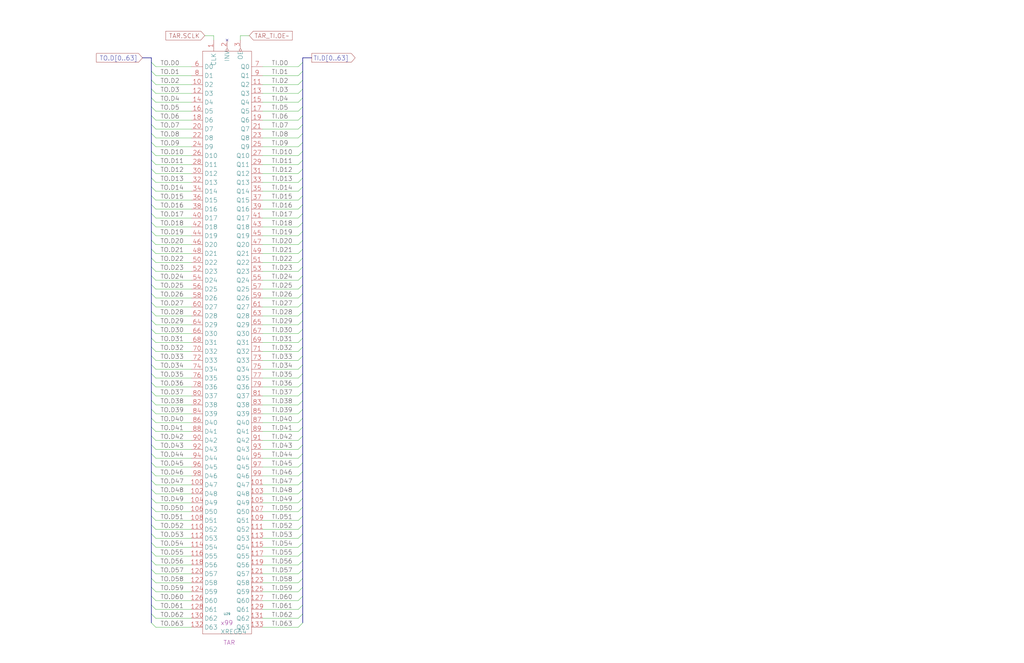
<source format=kicad_sch>
(kicad_sch (version 20230121) (generator eeschema)
  (paper "User" 584.2 378.46)
  (title_block (title "TYPE ASSEMBLY REGISTER") (date "20-MAR-90") (rev "1.0") (comment 1 "FIU") (comment 2 "232-003065") (comment 3 "S400") (comment 4 "RELEASED"))
  (lib_symbols
    (symbol "r1000:XREG64" (pin_names (offset 1.016))
      (property "Reference" "U" (at 2.54 5.08 0))
      (property "Value" "XREG64" (at -1.27 -5.08 0))
      (property "Location" "___" (at -1.27 0 0))
      (property "Name" "______" (at 3.81 -12.7 0))
      (symbol "XREG64_1_1"
        (rectangle (start -11.43 326.39) (end 16.51 -6.35))
        (circle (center 2.54 327.025) (radius 0.635))
        (circle (center 10.16 327.025) (radius 0.635))
        (pin input line (at -5.08 332.74 270) (length 6.35) (name "CLK") (number "1"))
        (pin input line (at -17.78 307.34 0) (length 6.35) (name "D2") (number "10"))
        (pin input line (at -17.78 78.74 0) (length 6.35) (name "D47") (number "100"))
        (pin tri_state line (at 22.86 78.74 180) (length 6.35) (name "Q47") (number "101"))
        (pin input line (at -17.78 73.66 0) (length 6.35) (name "D48") (number "102"))
        (pin tri_state line (at 22.86 73.66 180) (length 6.35) (name "Q48") (number "103"))
        (pin input line (at -17.78 68.58 0) (length 6.35) (name "D49") (number "104"))
        (pin tri_state line (at 22.86 68.58 180) (length 6.35) (name "Q49") (number "105"))
        (pin input line (at -17.78 63.5 0) (length 6.35) (name "D50") (number "106"))
        (pin tri_state line (at 22.86 63.5 180) (length 6.35) (name "Q50") (number "107"))
        (pin input line (at -17.78 58.42 0) (length 6.35) (name "D51") (number "108"))
        (pin tri_state line (at 22.86 58.42 180) (length 6.35) (name "Q51") (number "109"))
        (pin tri_state line (at 22.86 307.34 180) (length 6.35) (name "Q2") (number "11"))
        (pin input line (at -17.78 53.34 0) (length 6.35) (name "D52") (number "110"))
        (pin tri_state line (at 22.86 53.34 180) (length 6.35) (name "Q52") (number "111"))
        (pin input line (at -17.78 48.26 0) (length 6.35) (name "D53") (number "112"))
        (pin tri_state line (at 22.86 48.26 180) (length 6.35) (name "Q53") (number "113"))
        (pin input line (at -17.78 43.18 0) (length 6.35) (name "D54") (number "114"))
        (pin tri_state line (at 22.86 43.18 180) (length 6.35) (name "Q54") (number "115"))
        (pin input line (at -17.78 38.1 0) (length 6.35) (name "D55") (number "116"))
        (pin tri_state line (at 22.86 38.1 180) (length 6.35) (name "Q55") (number "117"))
        (pin input line (at -17.78 33.02 0) (length 6.35) (name "D56") (number "118"))
        (pin tri_state line (at 22.86 33.02 180) (length 6.35) (name "Q56") (number "119"))
        (pin input line (at -17.78 302.26 0) (length 6.35) (name "D3") (number "12"))
        (pin input line (at -17.78 27.94 0) (length 6.35) (name "D57") (number "120"))
        (pin tri_state line (at 22.86 27.94 180) (length 6.35) (name "Q57") (number "121"))
        (pin input line (at -17.78 22.86 0) (length 6.35) (name "D58") (number "122"))
        (pin tri_state line (at 22.86 22.86 180) (length 6.35) (name "Q58") (number "123"))
        (pin input line (at -17.78 17.78 0) (length 6.35) (name "D59") (number "124"))
        (pin tri_state line (at 22.86 17.78 180) (length 6.35) (name "Q59") (number "125"))
        (pin input line (at -17.78 12.7 0) (length 6.35) (name "D60") (number "126"))
        (pin tri_state line (at 22.86 12.7 180) (length 6.35) (name "Q60") (number "127"))
        (pin input line (at -17.78 7.62 0) (length 6.35) (name "D61") (number "128"))
        (pin tri_state line (at 22.86 7.62 180) (length 6.35) (name "Q61") (number "129"))
        (pin tri_state line (at 22.86 302.26 180) (length 6.35) (name "Q3") (number "13"))
        (pin input line (at -17.78 2.54 0) (length 6.35) (name "D62") (number "130"))
        (pin tri_state line (at 22.86 2.54 180) (length 6.35) (name "Q62") (number "131"))
        (pin input line (at -17.78 -2.54 0) (length 6.35) (name "D63") (number "132"))
        (pin tri_state line (at 22.86 -2.54 180) (length 6.35) (name "Q63") (number "133"))
        (pin input line (at -17.78 297.18 0) (length 6.35) (name "D4") (number "14"))
        (pin tri_state line (at 22.86 297.18 180) (length 6.35) (name "Q4") (number "15"))
        (pin input line (at -17.78 292.1 0) (length 6.35) (name "D5") (number "16"))
        (pin tri_state line (at 22.86 292.1 180) (length 6.35) (name "Q5") (number "17"))
        (pin input line (at -17.78 287.02 0) (length 6.35) (name "D6") (number "18"))
        (pin tri_state line (at 22.86 287.02 180) (length 6.35) (name "Q6") (number "19"))
        (pin input line (at 2.54 332.74 270) (length 5.08) (name "INV") (number "2"))
        (pin input line (at -17.78 281.94 0) (length 6.35) (name "D7") (number "20"))
        (pin tri_state line (at 22.86 281.94 180) (length 6.35) (name "Q7") (number "21"))
        (pin input line (at -17.78 276.86 0) (length 6.35) (name "D8") (number "22"))
        (pin tri_state line (at 22.86 276.86 180) (length 6.35) (name "Q8") (number "23"))
        (pin input line (at -17.78 271.78 0) (length 6.35) (name "D9") (number "24"))
        (pin tri_state line (at 22.86 271.78 180) (length 6.35) (name "Q9") (number "25"))
        (pin input line (at -17.78 266.7 0) (length 6.35) (name "D10") (number "26"))
        (pin tri_state line (at 22.86 266.7 180) (length 6.35) (name "Q10") (number "27"))
        (pin input line (at -17.78 261.62 0) (length 6.35) (name "D11") (number "28"))
        (pin tri_state line (at 22.86 261.62 180) (length 6.35) (name "Q11") (number "29"))
        (pin input line (at 10.16 332.74 270) (length 5.08) (name "OE") (number "3"))
        (pin input line (at -17.78 256.54 0) (length 6.35) (name "D12") (number "30"))
        (pin tri_state line (at 22.86 256.54 180) (length 6.35) (name "Q12") (number "31"))
        (pin input line (at -17.78 251.46 0) (length 6.35) (name "D13") (number "32"))
        (pin tri_state line (at 22.86 251.46 180) (length 6.35) (name "Q13") (number "33"))
        (pin input line (at -17.78 246.38 0) (length 6.35) (name "D14") (number "34"))
        (pin tri_state line (at 22.86 246.38 180) (length 6.35) (name "Q14") (number "35"))
        (pin input line (at -17.78 241.3 0) (length 6.35) (name "D15") (number "36"))
        (pin tri_state line (at 22.86 241.3 180) (length 6.35) (name "Q15") (number "37"))
        (pin input line (at -17.78 236.22 0) (length 6.35) (name "D16") (number "38"))
        (pin tri_state line (at 22.86 236.22 180) (length 6.35) (name "Q16") (number "39"))
        (pin input line (at -17.78 231.14 0) (length 6.35) (name "D17") (number "40"))
        (pin tri_state line (at 22.86 231.14 180) (length 6.35) (name "Q17") (number "41"))
        (pin input line (at -17.78 226.06 0) (length 6.35) (name "D18") (number "42"))
        (pin tri_state line (at 22.86 226.06 180) (length 6.35) (name "Q18") (number "43"))
        (pin input line (at -17.78 220.98 0) (length 6.35) (name "D19") (number "44"))
        (pin tri_state line (at 22.86 220.98 180) (length 6.35) (name "Q19") (number "45"))
        (pin input line (at -17.78 215.9 0) (length 6.35) (name "D20") (number "46"))
        (pin tri_state line (at 22.86 215.9 180) (length 6.35) (name "Q20") (number "47"))
        (pin input line (at -17.78 210.82 0) (length 6.35) (name "D21") (number "48"))
        (pin tri_state line (at 22.86 210.82 180) (length 6.35) (name "Q21") (number "49"))
        (pin input line (at -17.78 205.74 0) (length 6.35) (name "D22") (number "50"))
        (pin tri_state line (at 22.86 205.74 180) (length 6.35) (name "Q22") (number "51"))
        (pin input line (at -17.78 200.66 0) (length 6.35) (name "D23") (number "52"))
        (pin tri_state line (at 22.86 200.66 180) (length 6.35) (name "Q23") (number "53"))
        (pin input line (at -17.78 195.58 0) (length 6.35) (name "D24") (number "54"))
        (pin tri_state line (at 22.86 195.58 180) (length 6.35) (name "Q24") (number "55"))
        (pin input line (at -17.78 190.5 0) (length 6.35) (name "D25") (number "56"))
        (pin tri_state line (at 22.86 190.5 180) (length 6.35) (name "Q25") (number "57"))
        (pin input line (at -17.78 185.42 0) (length 6.35) (name "D26") (number "58"))
        (pin tri_state line (at 22.86 185.42 180) (length 6.35) (name "Q26") (number "59"))
        (pin input line (at -17.78 317.5 0) (length 6.35) (name "D0") (number "6"))
        (pin input line (at -17.78 180.34 0) (length 6.35) (name "D27") (number "60"))
        (pin tri_state line (at 22.86 180.34 180) (length 6.35) (name "Q27") (number "61"))
        (pin input line (at -17.78 175.26 0) (length 6.35) (name "D28") (number "62"))
        (pin tri_state line (at 22.86 175.26 180) (length 6.35) (name "Q28") (number "63"))
        (pin input line (at -17.78 170.18 0) (length 6.35) (name "D29") (number "64"))
        (pin tri_state line (at 22.86 170.18 180) (length 6.35) (name "Q29") (number "65"))
        (pin input line (at -17.78 165.1 0) (length 6.35) (name "D30") (number "66"))
        (pin tri_state line (at 22.86 165.1 180) (length 6.35) (name "Q30") (number "67"))
        (pin input line (at -17.78 160.02 0) (length 6.35) (name "D31") (number "68"))
        (pin tri_state line (at 22.86 160.02 180) (length 6.35) (name "Q31") (number "69"))
        (pin tri_state line (at 22.86 317.5 180) (length 6.35) (name "Q0") (number "7"))
        (pin input line (at -17.78 154.94 0) (length 6.35) (name "D32") (number "70"))
        (pin tri_state line (at 22.86 154.94 180) (length 6.35) (name "Q32") (number "71"))
        (pin input line (at -17.78 149.86 0) (length 6.35) (name "D33") (number "72"))
        (pin tri_state line (at 22.86 149.86 180) (length 6.35) (name "Q33") (number "73"))
        (pin input line (at -17.78 144.78 0) (length 6.35) (name "D34") (number "74"))
        (pin tri_state line (at 22.86 144.78 180) (length 6.35) (name "Q34") (number "75"))
        (pin input line (at -17.78 139.7 0) (length 6.35) (name "D35") (number "76"))
        (pin tri_state line (at 22.86 139.7 180) (length 6.35) (name "Q35") (number "77"))
        (pin input line (at -17.78 134.62 0) (length 6.35) (name "D36") (number "78"))
        (pin tri_state line (at 22.86 134.62 180) (length 6.35) (name "Q36") (number "79"))
        (pin input line (at -17.78 312.42 0) (length 6.35) (name "D1") (number "8"))
        (pin input line (at -17.78 129.54 0) (length 6.35) (name "D37") (number "80"))
        (pin tri_state line (at 22.86 129.54 180) (length 6.35) (name "Q37") (number "81"))
        (pin input line (at -17.78 124.46 0) (length 6.35) (name "D38") (number "82"))
        (pin tri_state line (at 22.86 124.46 180) (length 6.35) (name "Q38") (number "83"))
        (pin input line (at -17.78 119.38 0) (length 6.35) (name "D39") (number "84"))
        (pin tri_state line (at 22.86 119.38 180) (length 6.35) (name "Q39") (number "85"))
        (pin input line (at -17.78 114.3 0) (length 6.35) (name "D40") (number "86"))
        (pin tri_state line (at 22.86 114.3 180) (length 6.35) (name "Q40") (number "87"))
        (pin input line (at -17.78 109.22 0) (length 6.35) (name "D41") (number "88"))
        (pin tri_state line (at 22.86 109.22 180) (length 6.35) (name "Q41") (number "89"))
        (pin tri_state line (at 22.86 312.42 180) (length 6.35) (name "Q1") (number "9"))
        (pin input line (at -17.78 104.14 0) (length 6.35) (name "D42") (number "90"))
        (pin tri_state line (at 22.86 104.14 180) (length 6.35) (name "Q42") (number "91"))
        (pin input line (at -17.78 99.06 0) (length 6.35) (name "D43") (number "92"))
        (pin tri_state line (at 22.86 99.06 180) (length 6.35) (name "Q43") (number "93"))
        (pin input line (at -17.78 93.98 0) (length 6.35) (name "D44") (number "94"))
        (pin tri_state line (at 22.86 93.98 180) (length 6.35) (name "Q44") (number "95"))
        (pin input line (at -17.78 88.9 0) (length 6.35) (name "D45") (number "96"))
        (pin tri_state line (at 22.86 88.9 180) (length 6.35) (name "Q45") (number "97"))
        (pin input line (at -17.78 83.82 0) (length 6.35) (name "D46") (number "98"))
        (pin tri_state line (at 22.86 83.82 180) (length 6.35) (name "Q46") (number "99"))
      )
    )
  )
  (no_connect (at 129.54 22.86))
  (bus_entry (at 172.72 330.2) (size -2.54 2.54))
  (bus_entry (at 172.72 340.36) (size -2.54 2.54))
  (bus_entry (at 86.36 106.68) (size 2.54 2.54))
  (bus_entry (at 172.72 325.12) (size -2.54 2.54))
  (bus_entry (at 172.72 233.68) (size -2.54 2.54))
  (bus_entry (at 86.36 55.88) (size 2.54 2.54))
  (bus_entry (at 86.36 335.28) (size 2.54 2.54))
  (bus_entry (at 172.72 269.24) (size -2.54 2.54))
  (bus_entry (at 86.36 96.52) (size 2.54 2.54))
  (bus_entry (at 86.36 35.56) (size 2.54 2.54))
  (bus_entry (at 86.36 284.48) (size 2.54 2.54))
  (bus_entry (at 172.72 203.2) (size -2.54 2.54))
  (bus_entry (at 172.72 116.84) (size -2.54 2.54))
  (bus_entry (at 86.36 208.28) (size 2.54 2.54))
  (bus_entry (at 86.36 264.16) (size 2.54 2.54))
  (bus_entry (at 86.36 142.24) (size 2.54 2.54))
  (bus_entry (at 172.72 132.08) (size -2.54 2.54))
  (bus_entry (at 86.36 40.64) (size 2.54 2.54))
  (bus_entry (at 86.36 182.88) (size 2.54 2.54))
  (bus_entry (at 86.36 294.64) (size 2.54 2.54))
  (bus_entry (at 86.36 76.2) (size 2.54 2.54))
  (bus_entry (at 172.72 106.68) (size -2.54 2.54))
  (bus_entry (at 172.72 208.28) (size -2.54 2.54))
  (bus_entry (at 86.36 238.76) (size 2.54 2.54))
  (bus_entry (at 86.36 127) (size 2.54 2.54))
  (bus_entry (at 86.36 132.08) (size 2.54 2.54))
  (bus_entry (at 172.72 314.96) (size -2.54 2.54))
  (bus_entry (at 172.72 81.28) (size -2.54 2.54))
  (bus_entry (at 86.36 147.32) (size 2.54 2.54))
  (bus_entry (at 172.72 309.88) (size -2.54 2.54))
  (bus_entry (at 172.72 274.32) (size -2.54 2.54))
  (bus_entry (at 86.36 320.04) (size 2.54 2.54))
  (bus_entry (at 86.36 198.12) (size 2.54 2.54))
  (bus_entry (at 172.72 91.44) (size -2.54 2.54))
  (bus_entry (at 86.36 309.88) (size 2.54 2.54))
  (bus_entry (at 86.36 187.96) (size 2.54 2.54))
  (bus_entry (at 86.36 259.08) (size 2.54 2.54))
  (bus_entry (at 172.72 147.32) (size -2.54 2.54))
  (bus_entry (at 172.72 254) (size -2.54 2.54))
  (bus_entry (at 86.36 111.76) (size 2.54 2.54))
  (bus_entry (at 172.72 71.12) (size -2.54 2.54))
  (bus_entry (at 86.36 66.04) (size 2.54 2.54))
  (bus_entry (at 172.72 259.08) (size -2.54 2.54))
  (bus_entry (at 86.36 325.12) (size 2.54 2.54))
  (bus_entry (at 86.36 116.84) (size 2.54 2.54))
  (bus_entry (at 86.36 157.48) (size 2.54 2.54))
  (bus_entry (at 172.72 187.96) (size -2.54 2.54))
  (bus_entry (at 86.36 279.4) (size 2.54 2.54))
  (bus_entry (at 172.72 218.44) (size -2.54 2.54))
  (bus_entry (at 86.36 86.36) (size 2.54 2.54))
  (bus_entry (at 86.36 162.56) (size 2.54 2.54))
  (bus_entry (at 172.72 35.56) (size -2.54 2.54))
  (bus_entry (at 172.72 152.4) (size -2.54 2.54))
  (bus_entry (at 172.72 86.36) (size -2.54 2.54))
  (bus_entry (at 172.72 96.52) (size -2.54 2.54))
  (bus_entry (at 86.36 243.84) (size 2.54 2.54))
  (bus_entry (at 172.72 50.8) (size -2.54 2.54))
  (bus_entry (at 86.36 203.2) (size 2.54 2.54))
  (bus_entry (at 172.72 76.2) (size -2.54 2.54))
  (bus_entry (at 172.72 198.12) (size -2.54 2.54))
  (bus_entry (at 86.36 350.52) (size 2.54 2.54))
  (bus_entry (at 86.36 345.44) (size 2.54 2.54))
  (bus_entry (at 172.72 223.52) (size -2.54 2.54))
  (bus_entry (at 172.72 167.64) (size -2.54 2.54))
  (bus_entry (at 86.36 91.44) (size 2.54 2.54))
  (bus_entry (at 86.36 218.44) (size 2.54 2.54))
  (bus_entry (at 172.72 284.48) (size -2.54 2.54))
  (bus_entry (at 86.36 50.8) (size 2.54 2.54))
  (bus_entry (at 172.72 55.88) (size -2.54 2.54))
  (bus_entry (at 86.36 71.12) (size 2.54 2.54))
  (bus_entry (at 86.36 274.32) (size 2.54 2.54))
  (bus_entry (at 86.36 167.64) (size 2.54 2.54))
  (bus_entry (at 172.72 45.72) (size -2.54 2.54))
  (bus_entry (at 86.36 172.72) (size 2.54 2.54))
  (bus_entry (at 172.72 228.6) (size -2.54 2.54))
  (bus_entry (at 86.36 340.36) (size 2.54 2.54))
  (bus_entry (at 172.72 172.72) (size -2.54 2.54))
  (bus_entry (at 172.72 350.52) (size -2.54 2.54))
  (bus_entry (at 172.72 264.16) (size -2.54 2.54))
  (bus_entry (at 86.36 228.6) (size 2.54 2.54))
  (bus_entry (at 172.72 238.76) (size -2.54 2.54))
  (bus_entry (at 172.72 162.56) (size -2.54 2.54))
  (bus_entry (at 86.36 45.72) (size 2.54 2.54))
  (bus_entry (at 86.36 269.24) (size 2.54 2.54))
  (bus_entry (at 86.36 223.52) (size 2.54 2.54))
  (bus_entry (at 172.72 213.36) (size -2.54 2.54))
  (bus_entry (at 86.36 213.36) (size 2.54 2.54))
  (bus_entry (at 172.72 137.16) (size -2.54 2.54))
  (bus_entry (at 172.72 289.56) (size -2.54 2.54))
  (bus_entry (at 172.72 299.72) (size -2.54 2.54))
  (bus_entry (at 86.36 152.4) (size 2.54 2.54))
  (bus_entry (at 172.72 127) (size -2.54 2.54))
  (bus_entry (at 86.36 177.8) (size 2.54 2.54))
  (bus_entry (at 172.72 243.84) (size -2.54 2.54))
  (bus_entry (at 172.72 177.8) (size -2.54 2.54))
  (bus_entry (at 86.36 233.68) (size 2.54 2.54))
  (bus_entry (at 86.36 304.8) (size 2.54 2.54))
  (bus_entry (at 86.36 330.2) (size 2.54 2.54))
  (bus_entry (at 172.72 320.04) (size -2.54 2.54))
  (bus_entry (at 86.36 289.56) (size 2.54 2.54))
  (bus_entry (at 172.72 111.76) (size -2.54 2.54))
  (bus_entry (at 86.36 314.96) (size 2.54 2.54))
  (bus_entry (at 172.72 121.92) (size -2.54 2.54))
  (bus_entry (at 172.72 60.96) (size -2.54 2.54))
  (bus_entry (at 172.72 101.6) (size -2.54 2.54))
  (bus_entry (at 172.72 355.6) (size -2.54 2.54))
  (bus_entry (at 172.72 345.44) (size -2.54 2.54))
  (bus_entry (at 86.36 60.96) (size 2.54 2.54))
  (bus_entry (at 172.72 66.04) (size -2.54 2.54))
  (bus_entry (at 86.36 121.92) (size 2.54 2.54))
  (bus_entry (at 172.72 335.28) (size -2.54 2.54))
  (bus_entry (at 172.72 294.64) (size -2.54 2.54))
  (bus_entry (at 172.72 304.8) (size -2.54 2.54))
  (bus_entry (at 172.72 142.24) (size -2.54 2.54))
  (bus_entry (at 172.72 157.48) (size -2.54 2.54))
  (bus_entry (at 172.72 182.88) (size -2.54 2.54))
  (bus_entry (at 172.72 279.4) (size -2.54 2.54))
  (bus_entry (at 86.36 193.04) (size 2.54 2.54))
  (bus_entry (at 172.72 193.04) (size -2.54 2.54))
  (bus_entry (at 86.36 101.6) (size 2.54 2.54))
  (bus_entry (at 172.72 248.92) (size -2.54 2.54))
  (bus_entry (at 172.72 40.64) (size -2.54 2.54))
  (bus_entry (at 86.36 81.28) (size 2.54 2.54))
  (bus_entry (at 86.36 248.92) (size 2.54 2.54))
  (bus_entry (at 86.36 355.6) (size 2.54 2.54))
  (bus_entry (at 86.36 254) (size 2.54 2.54))
  (bus_entry (at 86.36 299.72) (size 2.54 2.54))
  (bus_entry (at 86.36 137.16) (size 2.54 2.54))
  (wire (pts (xy 88.9 205.74) (xy 109.22 205.74)))
  (bus (pts (xy 86.36 254) (xy 86.36 259.08)))
  (bus (pts (xy 86.36 33.02) (xy 86.36 35.56)))
  (wire (pts (xy 88.9 200.66) (xy 109.22 200.66)))
  (bus (pts (xy 86.36 66.04) (xy 86.36 71.12)))
  (bus (pts (xy 172.72 147.32) (xy 172.72 152.4)))
  (bus (pts (xy 86.36 50.8) (xy 86.36 55.88)))
  (wire (pts (xy 170.18 271.78) (xy 149.86 271.78)))
  (bus (pts (xy 86.36 101.6) (xy 86.36 106.68)))
  (bus (pts (xy 172.72 238.76) (xy 172.72 243.84)))
  (wire (pts (xy 170.18 53.34) (xy 149.86 53.34)))
  (bus (pts (xy 86.36 223.52) (xy 86.36 228.6)))
  (bus (pts (xy 172.72 127) (xy 172.72 132.08)))
  (bus (pts (xy 172.72 162.56) (xy 172.72 167.64)))
  (bus (pts (xy 86.36 335.28) (xy 86.36 340.36)))
  (bus (pts (xy 172.72 101.6) (xy 172.72 106.68)))
  (bus (pts (xy 86.36 76.2) (xy 86.36 81.28)))
  (wire (pts (xy 170.18 256.54) (xy 149.86 256.54)))
  (bus (pts (xy 172.72 167.64) (xy 172.72 172.72)))
  (bus (pts (xy 86.36 96.52) (xy 86.36 101.6)))
  (bus (pts (xy 172.72 81.28) (xy 172.72 86.36)))
  (bus (pts (xy 86.36 269.24) (xy 86.36 274.32)))
  (wire (pts (xy 88.9 43.18) (xy 109.22 43.18)))
  (bus (pts (xy 172.72 91.44) (xy 172.72 96.52)))
  (wire (pts (xy 170.18 175.26) (xy 149.86 175.26)))
  (bus (pts (xy 86.36 284.48) (xy 86.36 289.56)))
  (bus (pts (xy 86.36 137.16) (xy 86.36 142.24)))
  (bus (pts (xy 172.72 157.48) (xy 172.72 162.56)))
  (bus (pts (xy 86.36 157.48) (xy 86.36 162.56)))
  (wire (pts (xy 170.18 119.38) (xy 149.86 119.38)))
  (wire (pts (xy 170.18 281.94) (xy 149.86 281.94)))
  (wire (pts (xy 170.18 129.54) (xy 149.86 129.54)))
  (wire (pts (xy 88.9 38.1) (xy 109.22 38.1)))
  (wire (pts (xy 116.84 20.32) (xy 121.92 20.32)))
  (bus (pts (xy 172.72 71.12) (xy 172.72 76.2)))
  (wire (pts (xy 88.9 353.06) (xy 109.22 353.06)))
  (wire (pts (xy 88.9 302.26) (xy 109.22 302.26)))
  (bus (pts (xy 86.36 86.36) (xy 86.36 91.44)))
  (bus (pts (xy 172.72 294.64) (xy 172.72 299.72)))
  (bus (pts (xy 172.72 35.56) (xy 172.72 40.64)))
  (wire (pts (xy 88.9 236.22) (xy 109.22 236.22)))
  (wire (pts (xy 88.9 210.82) (xy 109.22 210.82)))
  (bus (pts (xy 86.36 213.36) (xy 86.36 218.44)))
  (bus (pts (xy 86.36 314.96) (xy 86.36 320.04)))
  (bus (pts (xy 86.36 279.4) (xy 86.36 284.48)))
  (wire (pts (xy 170.18 342.9) (xy 149.86 342.9)))
  (wire (pts (xy 88.9 154.94) (xy 109.22 154.94)))
  (bus (pts (xy 86.36 55.88) (xy 86.36 60.96)))
  (wire (pts (xy 88.9 266.7) (xy 109.22 266.7)))
  (bus (pts (xy 172.72 203.2) (xy 172.72 208.28)))
  (bus (pts (xy 86.36 167.64) (xy 86.36 172.72)))
  (bus (pts (xy 172.72 314.96) (xy 172.72 320.04)))
  (wire (pts (xy 170.18 215.9) (xy 149.86 215.9)))
  (bus (pts (xy 172.72 40.64) (xy 172.72 45.72)))
  (wire (pts (xy 88.9 149.86) (xy 109.22 149.86)))
  (bus (pts (xy 172.72 137.16) (xy 172.72 142.24)))
  (bus (pts (xy 86.36 111.76) (xy 86.36 116.84)))
  (bus (pts (xy 86.36 127) (xy 86.36 132.08)))
  (wire (pts (xy 170.18 165.1) (xy 149.86 165.1)))
  (bus (pts (xy 172.72 198.12) (xy 172.72 203.2)))
  (bus (pts (xy 172.72 45.72) (xy 172.72 50.8)))
  (bus (pts (xy 172.72 116.84) (xy 172.72 121.92)))
  (wire (pts (xy 88.9 292.1) (xy 109.22 292.1)))
  (bus (pts (xy 86.36 294.64) (xy 86.36 299.72)))
  (wire (pts (xy 170.18 297.18) (xy 149.86 297.18)))
  (wire (pts (xy 170.18 78.74) (xy 149.86 78.74)))
  (wire (pts (xy 88.9 251.46) (xy 109.22 251.46)))
  (bus (pts (xy 172.72 299.72) (xy 172.72 304.8)))
  (bus (pts (xy 172.72 111.76) (xy 172.72 116.84)))
  (wire (pts (xy 170.18 292.1) (xy 149.86 292.1)))
  (bus (pts (xy 172.72 325.12) (xy 172.72 330.2)))
  (wire (pts (xy 88.9 63.5) (xy 109.22 63.5)))
  (wire (pts (xy 170.18 327.66) (xy 149.86 327.66)))
  (bus (pts (xy 86.36 40.64) (xy 86.36 45.72)))
  (wire (pts (xy 88.9 195.58) (xy 109.22 195.58)))
  (wire (pts (xy 170.18 358.14) (xy 149.86 358.14)))
  (bus (pts (xy 177.8 33.02) (xy 172.72 33.02)))
  (wire (pts (xy 170.18 38.1) (xy 149.86 38.1)))
  (wire (pts (xy 170.18 88.9) (xy 149.86 88.9)))
  (bus (pts (xy 172.72 66.04) (xy 172.72 71.12)))
  (wire (pts (xy 170.18 144.78) (xy 149.86 144.78)))
  (bus (pts (xy 81.28 33.02) (xy 86.36 33.02)))
  (bus (pts (xy 86.36 289.56) (xy 86.36 294.64)))
  (wire (pts (xy 88.9 297.18) (xy 109.22 297.18)))
  (wire (pts (xy 170.18 322.58) (xy 149.86 322.58)))
  (wire (pts (xy 170.18 210.82) (xy 149.86 210.82)))
  (wire (pts (xy 170.18 261.62) (xy 149.86 261.62)))
  (wire (pts (xy 137.16 20.32) (xy 137.16 22.86)))
  (wire (pts (xy 170.18 332.74) (xy 149.86 332.74)))
  (wire (pts (xy 170.18 93.98) (xy 149.86 93.98)))
  (wire (pts (xy 88.9 119.38) (xy 109.22 119.38)))
  (wire (pts (xy 170.18 139.7) (xy 149.86 139.7)))
  (bus (pts (xy 172.72 172.72) (xy 172.72 177.8)))
  (wire (pts (xy 170.18 231.14) (xy 149.86 231.14)))
  (wire (pts (xy 88.9 271.78) (xy 109.22 271.78)))
  (wire (pts (xy 170.18 302.26) (xy 149.86 302.26)))
  (bus (pts (xy 172.72 289.56) (xy 172.72 294.64)))
  (bus (pts (xy 172.72 274.32) (xy 172.72 279.4)))
  (wire (pts (xy 170.18 276.86) (xy 149.86 276.86)))
  (wire (pts (xy 88.9 287.02) (xy 109.22 287.02)))
  (bus (pts (xy 86.36 172.72) (xy 86.36 177.8)))
  (wire (pts (xy 88.9 124.46) (xy 109.22 124.46)))
  (wire (pts (xy 170.18 48.26) (xy 149.86 48.26)))
  (bus (pts (xy 172.72 345.44) (xy 172.72 350.52)))
  (wire (pts (xy 88.9 114.3) (xy 109.22 114.3)))
  (wire (pts (xy 88.9 322.58) (xy 109.22 322.58)))
  (wire (pts (xy 170.18 99.06) (xy 149.86 99.06)))
  (wire (pts (xy 170.18 236.22) (xy 149.86 236.22)))
  (wire (pts (xy 170.18 226.06) (xy 149.86 226.06)))
  (bus (pts (xy 86.36 182.88) (xy 86.36 187.96)))
  (bus (pts (xy 172.72 320.04) (xy 172.72 325.12)))
  (bus (pts (xy 172.72 208.28) (xy 172.72 213.36)))
  (bus (pts (xy 86.36 187.96) (xy 86.36 193.04)))
  (bus (pts (xy 86.36 142.24) (xy 86.36 147.32)))
  (wire (pts (xy 88.9 256.54) (xy 109.22 256.54)))
  (wire (pts (xy 88.9 327.66) (xy 109.22 327.66)))
  (bus (pts (xy 86.36 325.12) (xy 86.36 330.2)))
  (bus (pts (xy 172.72 279.4) (xy 172.72 284.48)))
  (bus (pts (xy 172.72 284.48) (xy 172.72 289.56)))
  (wire (pts (xy 88.9 276.86) (xy 109.22 276.86)))
  (bus (pts (xy 172.72 228.6) (xy 172.72 233.68)))
  (bus (pts (xy 172.72 193.04) (xy 172.72 198.12)))
  (wire (pts (xy 170.18 124.46) (xy 149.86 124.46)))
  (wire (pts (xy 88.9 190.5) (xy 109.22 190.5)))
  (wire (pts (xy 88.9 175.26) (xy 109.22 175.26)))
  (bus (pts (xy 172.72 142.24) (xy 172.72 147.32)))
  (bus (pts (xy 86.36 60.96) (xy 86.36 66.04)))
  (wire (pts (xy 88.9 231.14) (xy 109.22 231.14)))
  (bus (pts (xy 86.36 304.8) (xy 86.36 309.88)))
  (bus (pts (xy 86.36 248.92) (xy 86.36 254)))
  (wire (pts (xy 170.18 246.38) (xy 149.86 246.38)))
  (bus (pts (xy 172.72 76.2) (xy 172.72 81.28)))
  (wire (pts (xy 170.18 180.34) (xy 149.86 180.34)))
  (bus (pts (xy 86.36 340.36) (xy 86.36 345.44)))
  (bus (pts (xy 172.72 152.4) (xy 172.72 157.48)))
  (bus (pts (xy 172.72 55.88) (xy 172.72 60.96)))
  (bus (pts (xy 172.72 121.92) (xy 172.72 127)))
  (wire (pts (xy 88.9 358.14) (xy 109.22 358.14)))
  (wire (pts (xy 88.9 134.62) (xy 109.22 134.62)))
  (bus (pts (xy 172.72 335.28) (xy 172.72 340.36)))
  (wire (pts (xy 170.18 200.66) (xy 149.86 200.66)))
  (wire (pts (xy 170.18 63.5) (xy 149.86 63.5)))
  (wire (pts (xy 170.18 266.7) (xy 149.86 266.7)))
  (wire (pts (xy 88.9 226.06) (xy 109.22 226.06)))
  (bus (pts (xy 86.36 45.72) (xy 86.36 50.8)))
  (wire (pts (xy 170.18 160.02) (xy 149.86 160.02)))
  (wire (pts (xy 142.24 20.32) (xy 137.16 20.32)))
  (wire (pts (xy 170.18 68.58) (xy 149.86 68.58)))
  (wire (pts (xy 170.18 170.18) (xy 149.86 170.18)))
  (wire (pts (xy 88.9 73.66) (xy 109.22 73.66)))
  (bus (pts (xy 86.36 264.16) (xy 86.36 269.24)))
  (wire (pts (xy 88.9 241.3) (xy 109.22 241.3)))
  (bus (pts (xy 172.72 96.52) (xy 172.72 101.6)))
  (bus (pts (xy 86.36 345.44) (xy 86.36 350.52)))
  (bus (pts (xy 172.72 177.8) (xy 172.72 182.88)))
  (wire (pts (xy 88.9 144.78) (xy 109.22 144.78)))
  (wire (pts (xy 170.18 241.3) (xy 149.86 241.3)))
  (wire (pts (xy 170.18 347.98) (xy 149.86 347.98)))
  (bus (pts (xy 86.36 299.72) (xy 86.36 304.8)))
  (wire (pts (xy 88.9 93.98) (xy 109.22 93.98)))
  (wire (pts (xy 88.9 342.9) (xy 109.22 342.9)))
  (wire (pts (xy 88.9 332.74) (xy 109.22 332.74)))
  (wire (pts (xy 170.18 287.02) (xy 149.86 287.02)))
  (wire (pts (xy 170.18 337.82) (xy 149.86 337.82)))
  (wire (pts (xy 88.9 129.54) (xy 109.22 129.54)))
  (bus (pts (xy 172.72 223.52) (xy 172.72 228.6)))
  (bus (pts (xy 86.36 274.32) (xy 86.36 279.4)))
  (bus (pts (xy 172.72 350.52) (xy 172.72 355.6)))
  (bus (pts (xy 86.36 198.12) (xy 86.36 203.2)))
  (wire (pts (xy 88.9 312.42) (xy 109.22 312.42)))
  (bus (pts (xy 172.72 340.36) (xy 172.72 345.44)))
  (wire (pts (xy 170.18 73.66) (xy 149.86 73.66)))
  (bus (pts (xy 86.36 228.6) (xy 86.36 233.68)))
  (bus (pts (xy 86.36 132.08) (xy 86.36 137.16)))
  (wire (pts (xy 88.9 104.14) (xy 109.22 104.14)))
  (bus (pts (xy 86.36 243.84) (xy 86.36 248.92)))
  (wire (pts (xy 88.9 261.62) (xy 109.22 261.62)))
  (bus (pts (xy 172.72 243.84) (xy 172.72 248.92)))
  (wire (pts (xy 88.9 347.98) (xy 109.22 347.98)))
  (bus (pts (xy 172.72 213.36) (xy 172.72 218.44)))
  (bus (pts (xy 86.36 152.4) (xy 86.36 157.48)))
  (bus (pts (xy 172.72 248.92) (xy 172.72 254)))
  (wire (pts (xy 170.18 185.42) (xy 149.86 185.42)))
  (bus (pts (xy 86.36 330.2) (xy 86.36 335.28)))
  (bus (pts (xy 172.72 60.96) (xy 172.72 66.04)))
  (wire (pts (xy 170.18 307.34) (xy 149.86 307.34)))
  (bus (pts (xy 86.36 218.44) (xy 86.36 223.52)))
  (bus (pts (xy 172.72 304.8) (xy 172.72 309.88)))
  (wire (pts (xy 170.18 134.62) (xy 149.86 134.62)))
  (wire (pts (xy 170.18 149.86) (xy 149.86 149.86)))
  (bus (pts (xy 172.72 254) (xy 172.72 259.08)))
  (bus (pts (xy 172.72 309.88) (xy 172.72 314.96)))
  (wire (pts (xy 88.9 165.1) (xy 109.22 165.1)))
  (bus (pts (xy 86.36 177.8) (xy 86.36 182.88)))
  (wire (pts (xy 170.18 154.94) (xy 149.86 154.94)))
  (wire (pts (xy 88.9 99.06) (xy 109.22 99.06)))
  (wire (pts (xy 88.9 281.94) (xy 109.22 281.94)))
  (wire (pts (xy 88.9 246.38) (xy 109.22 246.38)))
  (wire (pts (xy 88.9 307.34) (xy 109.22 307.34)))
  (bus (pts (xy 86.36 320.04) (xy 86.36 325.12)))
  (wire (pts (xy 88.9 215.9) (xy 109.22 215.9)))
  (wire (pts (xy 170.18 58.42) (xy 149.86 58.42)))
  (bus (pts (xy 86.36 350.52) (xy 86.36 355.6)))
  (bus (pts (xy 172.72 187.96) (xy 172.72 193.04)))
  (wire (pts (xy 170.18 312.42) (xy 149.86 312.42)))
  (wire (pts (xy 170.18 109.22) (xy 149.86 109.22)))
  (bus (pts (xy 172.72 106.68) (xy 172.72 111.76)))
  (bus (pts (xy 172.72 264.16) (xy 172.72 269.24)))
  (wire (pts (xy 88.9 220.98) (xy 109.22 220.98)))
  (wire (pts (xy 170.18 114.3) (xy 149.86 114.3)))
  (wire (pts (xy 88.9 88.9) (xy 109.22 88.9)))
  (bus (pts (xy 172.72 259.08) (xy 172.72 264.16)))
  (bus (pts (xy 172.72 86.36) (xy 172.72 91.44)))
  (wire (pts (xy 88.9 160.02) (xy 109.22 160.02)))
  (wire (pts (xy 88.9 68.58) (xy 109.22 68.58)))
  (wire (pts (xy 88.9 83.82) (xy 109.22 83.82)))
  (wire (pts (xy 88.9 78.74) (xy 109.22 78.74)))
  (wire (pts (xy 170.18 220.98) (xy 149.86 220.98)))
  (wire (pts (xy 170.18 43.18) (xy 149.86 43.18)))
  (wire (pts (xy 170.18 104.14) (xy 149.86 104.14)))
  (bus (pts (xy 86.36 71.12) (xy 86.36 76.2)))
  (wire (pts (xy 170.18 251.46) (xy 149.86 251.46)))
  (bus (pts (xy 86.36 106.68) (xy 86.36 111.76)))
  (bus (pts (xy 86.36 193.04) (xy 86.36 198.12)))
  (bus (pts (xy 86.36 238.76) (xy 86.36 243.84)))
  (wire (pts (xy 88.9 185.42) (xy 109.22 185.42)))
  (wire (pts (xy 88.9 180.34) (xy 109.22 180.34)))
  (bus (pts (xy 86.36 208.28) (xy 86.36 213.36)))
  (bus (pts (xy 86.36 116.84) (xy 86.36 121.92)))
  (wire (pts (xy 170.18 195.58) (xy 149.86 195.58)))
  (bus (pts (xy 172.72 182.88) (xy 172.72 187.96)))
  (bus (pts (xy 86.36 203.2) (xy 86.36 208.28)))
  (wire (pts (xy 88.9 337.82) (xy 109.22 337.82)))
  (wire (pts (xy 170.18 205.74) (xy 149.86 205.74)))
  (wire (pts (xy 88.9 139.7) (xy 109.22 139.7)))
  (bus (pts (xy 86.36 121.92) (xy 86.36 127)))
  (bus (pts (xy 86.36 259.08) (xy 86.36 264.16)))
  (bus (pts (xy 86.36 81.28) (xy 86.36 86.36)))
  (wire (pts (xy 88.9 109.22) (xy 109.22 109.22)))
  (bus (pts (xy 172.72 33.02) (xy 172.72 35.56)))
  (bus (pts (xy 86.36 162.56) (xy 86.36 167.64)))
  (bus (pts (xy 172.72 269.24) (xy 172.72 274.32)))
  (bus (pts (xy 172.72 50.8) (xy 172.72 55.88)))
  (bus (pts (xy 172.72 218.44) (xy 172.72 223.52)))
  (wire (pts (xy 88.9 170.18) (xy 109.22 170.18)))
  (bus (pts (xy 86.36 309.88) (xy 86.36 314.96)))
  (wire (pts (xy 170.18 190.5) (xy 149.86 190.5)))
  (wire (pts (xy 170.18 317.5) (xy 149.86 317.5)))
  (bus (pts (xy 86.36 233.68) (xy 86.36 238.76)))
  (bus (pts (xy 86.36 35.56) (xy 86.36 40.64)))
  (wire (pts (xy 88.9 58.42) (xy 109.22 58.42)))
  (bus (pts (xy 172.72 132.08) (xy 172.72 137.16)))
  (bus (pts (xy 172.72 330.2) (xy 172.72 335.28)))
  (wire (pts (xy 170.18 353.06) (xy 149.86 353.06)))
  (bus (pts (xy 172.72 233.68) (xy 172.72 238.76)))
  (bus (pts (xy 86.36 91.44) (xy 86.36 96.52)))
  (wire (pts (xy 88.9 53.34) (xy 109.22 53.34)))
  (wire (pts (xy 121.92 20.32) (xy 121.92 22.86)))
  (wire (pts (xy 88.9 317.5) (xy 109.22 317.5)))
  (wire (pts (xy 88.9 48.26) (xy 109.22 48.26)))
  (bus (pts (xy 86.36 147.32) (xy 86.36 152.4)))
  (wire (pts (xy 170.18 83.82) (xy 149.86 83.82)))
  (label "TI.D24" (at 154.94 160.02 0) (effects (font (size 2.54 2.54))))
  (label "TO.D17" (at 91.44 124.46 0) (effects (font (size 2.54 2.54))))
  (label "TO.D12" (at 91.44 99.06 0) (effects (font (size 2.54 2.54))))
  (label "TO.D58" (at 91.44 332.74 0) (effects (font (size 2.54 2.54))))
  (label "TI.D16" (at 154.94 119.38 0) (effects (font (size 2.54 2.54))))
  (label "TI.D25" (at 154.94 165.1 0) (effects (font (size 2.54 2.54))))
  (label "TO.D38" (at 91.44 231.14 0) (effects (font (size 2.54 2.54))))
  (label "TI.D46" (at 154.94 271.78 0) (effects (font (size 2.54 2.54))))
  (label "TI.D10" (at 154.94 88.9 0) (effects (font (size 2.54 2.54))))
  (label "TO.D23" (at 91.44 154.94 0) (effects (font (size 2.54 2.54))))
  (label "TI.D44" (at 154.94 261.62 0) (effects (font (size 2.54 2.54))))
  (label "TI.D15" (at 154.94 114.3 0) (effects (font (size 2.54 2.54))))
  (label "TO.D8" (at 91.44 78.74 0) (effects (font (size 2.54 2.54))))
  (label "TO.D2" (at 91.44 48.26 0) (effects (font (size 2.54 2.54))))
  (label "TO.D35" (at 91.44 215.9 0) (effects (font (size 2.54 2.54))))
  (label "TI.D21" (at 154.94 144.78 0) (effects (font (size 2.54 2.54))))
  (label "TI.D42" (at 154.94 251.46 0) (effects (font (size 2.54 2.54))))
  (label "TI.D18" (at 154.94 129.54 0) (effects (font (size 2.54 2.54))))
  (label "TI.D28" (at 154.94 180.34 0) (effects (font (size 2.54 2.54))))
  (label "TI.D29" (at 154.94 185.42 0) (effects (font (size 2.54 2.54))))
  (label "TI.D33" (at 154.94 205.74 0) (effects (font (size 2.54 2.54))))
  (label "TI.D60" (at 154.94 342.9 0) (effects (font (size 2.54 2.54))))
  (label "TO.D28" (at 91.44 180.34 0) (effects (font (size 2.54 2.54))))
  (label "TO.D45" (at 91.44 266.7 0) (effects (font (size 2.54 2.54))))
  (label "TI.D14" (at 154.94 109.22 0) (effects (font (size 2.54 2.54))))
  (label "TI.D31" (at 154.94 195.58 0) (effects (font (size 2.54 2.54))))
  (label "TI.D61" (at 154.94 347.98 0) (effects (font (size 2.54 2.54))))
  (label "TO.D43" (at 91.44 256.54 0) (effects (font (size 2.54 2.54))))
  (label "TO.D32" (at 91.44 200.66 0) (effects (font (size 2.54 2.54))))
  (label "TI.D3" (at 154.94 53.34 0) (effects (font (size 2.54 2.54))))
  (label "TO.D48" (at 91.44 281.94 0) (effects (font (size 2.54 2.54))))
  (label "TO.D30" (at 91.44 190.5 0) (effects (font (size 2.54 2.54))))
  (label "TO.D62" (at 91.44 353.06 0) (effects (font (size 2.54 2.54))))
  (label "TO.D11" (at 91.44 93.98 0) (effects (font (size 2.54 2.54))))
  (label "TO.D10" (at 91.44 88.9 0) (effects (font (size 2.54 2.54))))
  (label "TO.D33" (at 91.44 205.74 0) (effects (font (size 2.54 2.54))))
  (label "TI.D41" (at 154.94 246.38 0) (effects (font (size 2.54 2.54))))
  (label "TI.D37" (at 154.94 226.06 0) (effects (font (size 2.54 2.54))))
  (label "TO.D19" (at 91.44 134.62 0) (effects (font (size 2.54 2.54))))
  (label "TO.D42" (at 91.44 251.46 0) (effects (font (size 2.54 2.54))))
  (label "TO.D27" (at 91.44 175.26 0) (effects (font (size 2.54 2.54))))
  (label "TO.D29" (at 91.44 185.42 0) (effects (font (size 2.54 2.54))))
  (label "TO.D9" (at 91.44 83.82 0) (effects (font (size 2.54 2.54))))
  (label "TI.D56" (at 154.94 322.58 0) (effects (font (size 2.54 2.54))))
  (label "TO.D63" (at 91.44 358.14 0) (effects (font (size 2.54 2.54))))
  (label "TI.D48" (at 154.94 281.94 0) (effects (font (size 2.54 2.54))))
  (label "TI.D51" (at 154.94 297.18 0) (effects (font (size 2.54 2.54))))
  (label "TI.D49" (at 154.94 287.02 0) (effects (font (size 2.54 2.54))))
  (label "TI.D45" (at 154.94 266.7 0) (effects (font (size 2.54 2.54))))
  (label "TO.D6" (at 91.44 68.58 0) (effects (font (size 2.54 2.54))))
  (label "TI.D59" (at 154.94 337.82 0) (effects (font (size 2.54 2.54))))
  (label "TI.D30" (at 154.94 190.5 0) (effects (font (size 2.54 2.54))))
  (label "TI.D40" (at 154.94 241.3 0) (effects (font (size 2.54 2.54))))
  (label "TO.D22" (at 91.44 149.86 0) (effects (font (size 2.54 2.54))))
  (label "TI.D55" (at 154.94 317.5 0) (effects (font (size 2.54 2.54))))
  (label "TO.D39" (at 91.44 236.22 0) (effects (font (size 2.54 2.54))))
  (label "TI.D26" (at 154.94 170.18 0) (effects (font (size 2.54 2.54))))
  (label "TO.D16" (at 91.44 119.38 0) (effects (font (size 2.54 2.54))))
  (label "TO.D44" (at 91.44 261.62 0) (effects (font (size 2.54 2.54))))
  (label "TI.D6" (at 154.94 68.58 0) (effects (font (size 2.54 2.54))))
  (label "TI.D9" (at 154.94 83.82 0) (effects (font (size 2.54 2.54))))
  (label "TO.D3" (at 91.44 53.34 0) (effects (font (size 2.54 2.54))))
  (label "TO.D40" (at 91.44 241.3 0) (effects (font (size 2.54 2.54))))
  (label "TO.D49" (at 91.44 287.02 0) (effects (font (size 2.54 2.54))))
  (label "TI.D1" (at 154.94 43.18 0) (effects (font (size 2.54 2.54))))
  (label "TO.D41" (at 91.44 246.38 0) (effects (font (size 2.54 2.54))))
  (label "TI.D12" (at 154.94 99.06 0) (effects (font (size 2.54 2.54))))
  (label "TI.D38" (at 154.94 231.14 0) (effects (font (size 2.54 2.54))))
  (label "TO.D26" (at 91.44 170.18 0) (effects (font (size 2.54 2.54))))
  (label "TO.D0" (at 91.44 38.1 0) (effects (font (size 2.54 2.54))))
  (label "TI.D54" (at 154.94 312.42 0) (effects (font (size 2.54 2.54))))
  (label "TO.D47" (at 91.44 276.86 0) (effects (font (size 2.54 2.54))))
  (label "TO.D60" (at 91.44 342.9 0) (effects (font (size 2.54 2.54))))
  (label "TI.D19" (at 154.94 134.62 0) (effects (font (size 2.54 2.54))))
  (label "TI.D27" (at 154.94 175.26 0) (effects (font (size 2.54 2.54))))
  (label "TO.D36" (at 91.44 220.98 0) (effects (font (size 2.54 2.54))))
  (label "TO.D14" (at 91.44 109.22 0) (effects (font (size 2.54 2.54))))
  (label "TI.D53" (at 154.94 307.34 0) (effects (font (size 2.54 2.54))))
  (label "TI.D35" (at 154.94 215.9 0) (effects (font (size 2.54 2.54))))
  (label "TO.D13" (at 91.44 104.14 0) (effects (font (size 2.54 2.54))))
  (label "TO.D57" (at 91.44 327.66 0) (effects (font (size 2.54 2.54))))
  (label "TO.D56" (at 91.44 322.58 0) (effects (font (size 2.54 2.54))))
  (label "TI.D22" (at 154.94 149.86 0) (effects (font (size 2.54 2.54))))
  (label "TI.D47" (at 154.94 276.86 0) (effects (font (size 2.54 2.54))))
  (label "TI.D32" (at 154.94 200.66 0) (effects (font (size 2.54 2.54))))
  (label "TI.D20" (at 154.94 139.7 0) (effects (font (size 2.54 2.54))))
  (label "TO.D46" (at 91.44 271.78 0) (effects (font (size 2.54 2.54))))
  (label "TI.D0" (at 154.94 38.1 0) (effects (font (size 2.54 2.54))))
  (label "TO.D52" (at 91.44 302.26 0) (effects (font (size 2.54 2.54))))
  (label "TO.D31" (at 91.44 195.58 0) (effects (font (size 2.54 2.54))))
  (label "TI.D5" (at 154.94 63.5 0) (effects (font (size 2.54 2.54))))
  (label "TO.D18" (at 91.44 129.54 0) (effects (font (size 2.54 2.54))))
  (label "TO.D59" (at 91.44 337.82 0) (effects (font (size 2.54 2.54))))
  (label "TI.D4" (at 154.94 58.42 0) (effects (font (size 2.54 2.54))))
  (label "TI.D11" (at 154.94 93.98 0) (effects (font (size 2.54 2.54))))
  (label "TI.D8" (at 154.94 78.74 0) (effects (font (size 2.54 2.54))))
  (label "TI.D34" (at 154.94 210.82 0) (effects (font (size 2.54 2.54))))
  (label "TI.D63" (at 154.94 358.14 0) (effects (font (size 2.54 2.54))))
  (label "TI.D52" (at 154.94 302.26 0) (effects (font (size 2.54 2.54))))
  (label "TI.D13" (at 154.94 104.14 0) (effects (font (size 2.54 2.54))))
  (label "TO.D15" (at 91.44 114.3 0) (effects (font (size 2.54 2.54))))
  (label "TO.D24" (at 91.44 160.02 0) (effects (font (size 2.54 2.54))))
  (label "TO.D20" (at 91.44 139.7 0) (effects (font (size 2.54 2.54))))
  (label "TO.D55" (at 91.44 317.5 0) (effects (font (size 2.54 2.54))))
  (label "TO.D25" (at 91.44 165.1 0) (effects (font (size 2.54 2.54))))
  (label "TI.D2" (at 154.94 48.26 0) (effects (font (size 2.54 2.54))))
  (label "TO.D7" (at 91.44 73.66 0) (effects (font (size 2.54 2.54))))
  (label "TI.D43" (at 154.94 256.54 0) (effects (font (size 2.54 2.54))))
  (label "TO.D1" (at 91.44 43.18 0) (effects (font (size 2.54 2.54))))
  (label "TO.D34" (at 91.44 210.82 0) (effects (font (size 2.54 2.54))))
  (label "TO.D54" (at 91.44 312.42 0) (effects (font (size 2.54 2.54))))
  (label "TI.D58" (at 154.94 332.74 0) (effects (font (size 2.54 2.54))))
  (label "TO.D4" (at 91.44 58.42 0) (effects (font (size 2.54 2.54))))
  (label "TI.D17" (at 154.94 124.46 0) (effects (font (size 2.54 2.54))))
  (label "TI.D62" (at 154.94 353.06 0) (effects (font (size 2.54 2.54))))
  (label "TO.D50" (at 91.44 292.1 0) (effects (font (size 2.54 2.54))))
  (label "TI.D36" (at 154.94 220.98 0) (effects (font (size 2.54 2.54))))
  (label "TO.D5" (at 91.44 63.5 0) (effects (font (size 2.54 2.54))))
  (label "TI.D23" (at 154.94 154.94 0) (effects (font (size 2.54 2.54))))
  (label "TI.D39" (at 154.94 236.22 0) (effects (font (size 2.54 2.54))))
  (label "TI.D50" (at 154.94 292.1 0) (effects (font (size 2.54 2.54))))
  (label "TI.D57" (at 154.94 327.66 0) (effects (font (size 2.54 2.54))))
  (label "TI.D7" (at 154.94 73.66 0) (effects (font (size 2.54 2.54))))
  (label "TO.D51" (at 91.44 297.18 0) (effects (font (size 2.54 2.54))))
  (label "TO.D61" (at 91.44 347.98 0) (effects (font (size 2.54 2.54))))
  (label "TO.D37" (at 91.44 226.06 0) (effects (font (size 2.54 2.54))))
  (label "TO.D53" (at 91.44 307.34 0) (effects (font (size 2.54 2.54))))
  (label "TO.D21" (at 91.44 144.78 0) (effects (font (size 2.54 2.54))))
  (global_label "TAR_TI.OE~" (shape input) (at 142.24 20.32 0) (effects (font (size 2.54 2.54))) (property "Intersheetrefs" "${INTERSHEET_REFS}" (at 166.7812 20.1613 0) (effects (font (size 1.905 1.905)) (justify left))))
  (global_label "TO.D[0..63]" (shape input) (at 81.28 33.02 180) (effects (font (size 2.54 2.54))) (property "Intersheetrefs" "${INTERSHEET_REFS}" (at 55.0454 32.8613 0) (effects (font (size 1.905 1.905)) (justify right))))
  (global_label "TI.D[0..63]" (shape output) (at 177.8 33.02 0) (effects (font (size 2.54 2.54))) (property "Intersheetrefs" "${INTERSHEET_REFS}" (at 203.2497 33.02 0) (effects (font (size 1.905 1.905)) (justify left))))
  (global_label "TAR.SCLK" (shape input) (at 116.84 20.32 180) (effects (font (size 2.54 2.54))) (property "Intersheetrefs" "${INTERSHEET_REFS}" (at 94.5969 20.1613 0) (effects (font (size 1.905 1.905)) (justify right))))
  (symbol (lib_id "r1000:XREG64") (at 127 355.6 0) (unit 1)
    (property "Reference" "U29" (at 129.54 350.52 0))
    (property "Value" "XREG64" (at 125.73 360.68 0) (effects (font (size 2.54 2.54)) (justify left)))
    (property "Location" "x99" (at 125.73 355.6 0) (effects (font (size 2.54 2.54)) (justify left)))
    (property "Name" "TAR" (at 130.81 368.3 0) (effects (font (size 2.54 2.54)) (justify bottom)))
  )
)
</source>
